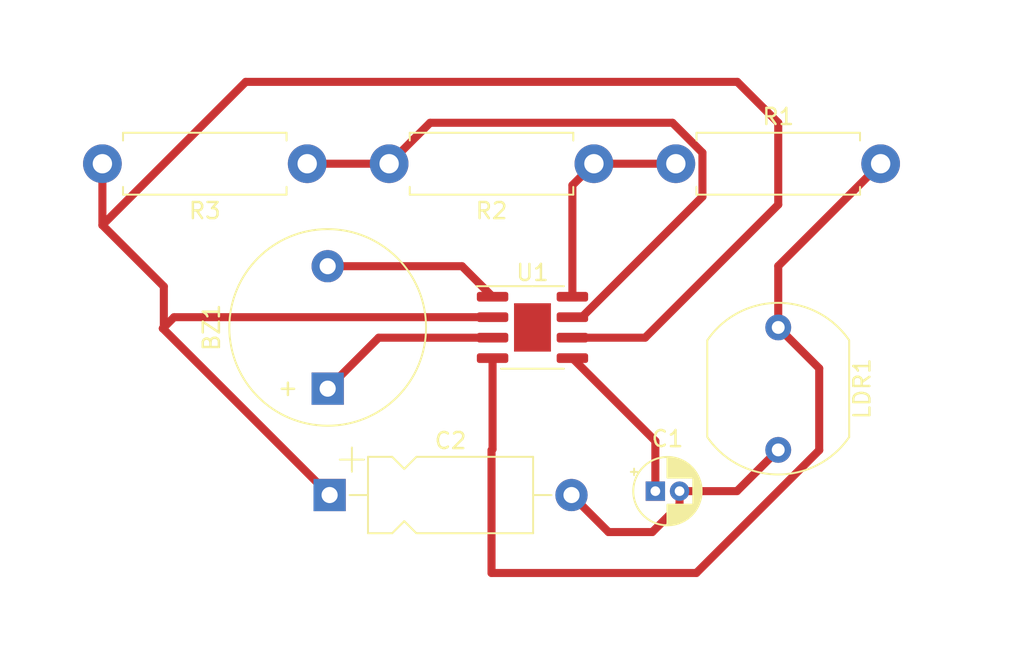
<source format=kicad_pcb>
(kicad_pcb (version 20211014) (generator pcbnew)
  (layers (0 "F.Cu" signal) (31 "B.Cu" signal) (34 "B.Paste" user) (35 "F.Paste" user) (36 "B.SilkS" user "B.Silkscreen") (37 "F.SilkS" user "F.Silkscreen") (38 "B.Mask" user) (39 "F.Mask" user) (44 "Edge.Cuts" user))
  (net 0 "")
  (net 1 "Net-(BZ1-Pad1)")
  (net 2 "GND")
  (net 3 "Net-(C1-Pad1)")
  (net 4 "Net-(C1-Pad2)")
  (net 5 "Net-(C2-Pad1)")
  (net 6 "Net-(LDR1-Pad1)")
  (net 7 "VCC")
  (net 8 "Net-(R2-Pad2)")
  (footprint "Buzzer_Beeper:Buzzer_12x9.5RM7.6" (layer "F.Cu") (at 101.6 92.7 90)
    (fp_text reference "BZ1" (at 3.8 -7.2 90) (layer "F.SilkS"))
    (fp_text value "Buzzer")
    (fp_text user "+" (at -0.01 -2.54 90) (layer "F.SilkS"))
    (fp_circle (center 3.8 0) (end 9.9 0) (layer "F.SilkS") (width 0.12) (fill none))
    (pad "1" thru_hole rect (at 0 0 90) (size 2 2) (drill 1) (layers *.Cu *.Mask) (net 1 "Net-(BZ1-Pad1)"))
    (pad "2" thru_hole circle (at 7.6 0 90) (size 2 2) (drill 1) (layers *.Cu *.Mask) (net 2 "GND"))
  )
  (footprint "Package_SO:SOIC-8-1EP_3.9x4.9mm_P1.27mm_EP2.29x3mm" (layer "F.Cu") (at 114.3 88.9)
    (fp_text reference "U1" (at 0 -3.4) (layer "F.SilkS"))
    (fp_text value "LM555xM")
    (fp_line (start 0 2.56) (end 1.95 2.56) (layer "F.SilkS") (width 0.12))
    (fp_line (start 0 2.56) (end -1.95 2.56) (layer "F.SilkS") (width 0.12))
    (fp_line (start 0 -2.56) (end 1.95 -2.56) (layer "F.SilkS") (width 0.12))
    (fp_line (start 0 -2.56) (end -3.45 -2.56) (layer "F.SilkS") (width 0.12))
    (pad "1" smd roundrect (at -2.475 -1.905) (size 1.95 0.6) (layers "F.Cu" "F.Paste" "F.Mask") (net 2 "GND"))
    (pad "2" smd roundrect (at -2.475 -0.635) (size 1.95 0.6) (layers "F.Cu" "F.Paste" "F.Mask") (net 5 "Net-(C2-Pad1)"))
    (pad "3" smd roundrect (at -2.475 0.635) (size 1.95 0.6) (layers "F.Cu" "F.Paste" "F.Mask") (net 1 "Net-(BZ1-Pad1)"))
    (pad "4" smd roundrect (at -2.475 1.905) (size 1.95 0.6) (layers "F.Cu" "F.Paste" "F.Mask") (net 6 "Net-(LDR1-Pad1)"))
    (pad "5" smd roundrect (at 2.475 1.905) (size 1.95 0.6) (layers "F.Cu" "F.Paste" "F.Mask") (net 3 "Net-(C1-Pad1)"))
    (pad "6" smd roundrect (at 2.475 0.635) (size 1.95 0.6) (layers "F.Cu" "F.Paste" "F.Mask") (net 5 "Net-(C2-Pad1)"))
    (pad "7" smd roundrect (at 2.475 -0.635) (size 1.95 0.6) (layers "F.Cu" "F.Paste" "F.Mask") (net 8 "Net-(R2-Pad2)"))
    (pad "8" smd roundrect (at 2.475 -1.905) (size 1.95 0.6) (layers "F.Cu" "F.Paste" "F.Mask") (net 7 "VCC"))
    (pad "9" smd rect (at 0 0) (size 2.29 3) (layers "F.Cu" "F.Mask"))
  )
  (footprint "Capacitor_THT:CP_Radial_D4.0mm_P1.50mm" (layer "F.Cu") (at 121.92 99.06)
    (fp_text reference "C1" (at 0.75 -3.25) (layer "F.SilkS"))
    (fp_text value "0.1nF")
    (fp_line (start 1.07 0.84) (end 1.07 2.056) (layer "F.SilkS") (width 0.12))
    (fp_line (start 2.031 -1.65) (end 2.031 -0.84) (layer "F.SilkS") (width 0.12))
    (fp_line (start 2.271 0.84) (end 2.271 1.438) (layer "F.SilkS") (width 0.12))
    (fp_line (start 1.471 -1.954) (end 1.471 -0.84) (layer "F.SilkS") (width 0.12))
    (fp_line (start 1.11 0.84) (end 1.11 2.05) (layer "F.SilkS") (width 0.12))
    (fp_line (start 1.711 0.84) (end 1.711 1.851) (layer "F.SilkS") (width 0.12))
    (fp_line (start 1.27 0.84) (end 1.27 2.016) (layer "F.SilkS") (width 0.12))
    (fp_line (start 1.911 -1.735) (end 1.911 -0.84) (layer "F.SilkS") (width 0.12))
    (fp_line (start 1.27 -2.016) (end 1.27 -0.84) (layer "F.SilkS") (width 0.12))
    (fp_line (start 0.79 0.84) (end 0.79 2.08) (layer "F.SilkS") (width 0.12))
    (fp_line (start 1.991 0.84) (end 1.991 1.68) (layer "F.SilkS") (width 0.12))
    (fp_line (start 0.75 -2.08) (end 0.75 -0.84) (layer "F.SilkS") (width 0.12))
    (fp_line (start 1.11 -2.05) (end 1.11 -0.84) (layer "F.SilkS") (width 0.12))
    (fp_line (start 1.751 0.84) (end 1.751 1.83) (layer "F.SilkS") (width 0.12))
    (fp_line (start 2.191 -1.516) (end 2.191 -0.84) (layer "F.SilkS") (width 0.12))
    (fp_line (start 1.551 0.84) (end 1.551 1.924) (layer "F.SilkS") (width 0.12))
    (fp_line (start 0.95 0.84) (end 0.95 2.071) (layer "F.SilkS") (width 0.12))
    (fp_line (start 1.751 -1.83) (end 1.751 -0.84) (layer "F.SilkS") (width 0.12))
    (fp_line (start 1.03 0.84) (end 1.03 2.062) (layer "F.SilkS") (width 0.12))
    (fp_line (start 0.95 -2.071) (end 0.95 -0.84) (layer "F.SilkS") (width 0.12))
    (fp_line (start 1.791 0.84) (end 1.791 1.808) (layer "F.SilkS") (width 0.12))
    (fp_line (start 2.071 -1.619) (end 2.071 -0.84) (layer "F.SilkS") (width 0.12))
    (fp_line (start 2.311 -1.396) (end 2.311 -0.84) (layer "F.SilkS") (width 0.12))
    (fp_line (start 2.231 0.84) (end 2.231 1.478) (layer "F.SilkS") (width 0.12))
    (fp_line (start 2.351 -1.351) (end 2.351 1.351) (layer "F.SilkS") (width 0.12))
    (fp_line (start 1.631 -1.889) (end 1.631 -0.84) (layer "F.SilkS") (width 0.12))
    (fp_line (start 1.951 -1.708) (end 1.951 -0.84) (layer "F.SilkS") (width 0.12))
    (fp_line (start 1.35 -1.994) (end 1.35 -0.84) (layer "F.SilkS") (width 0.12))
    (fp_line (start 2.711 -0.768) (end 2.711 0.768) (layer "F.SilkS") (width 0.12))
    (fp_line (start 2.071 0.84) (end 2.071 1.619) (layer "F.SilkS") (width 0.12))
    (fp_line (start 2.311 0.84) (end 2.311 1.396) (layer "F.SilkS") (width 0.12))
    (fp_line (start 2.391 -1.304) (end 2.391 1.304) (layer "F.SilkS") (width 0.12))
    (fp_line (start 2.031 0.84) (end 2.031 1.65) (layer "F.SilkS") (width 0.12))
    (fp_line (start 1.15 0.84) (end 1.15 2.042) (layer "F.SilkS") (width 0.12))
    (fp_line (start 1.591 -1.907) (end 1.591 -0.84) (layer "F.SilkS") (width 0.12))
    (fp_line (start 1.471 0.84) (end 1.471 1.954) (layer "F.SilkS") (width 0.12))
    (fp_line (start 1.951 0.84) (end 1.951 1.708) (layer "F.SilkS") (width 0.12))
    (fp_line (start 1.911 0.84) (end 1.911 1.735) (layer "F.SilkS") (width 0.12))
    (fp_line (start 1.39 -1.982) (end 1.39 -0.84) (layer "F.SilkS") (width 0.12))
    (fp_line (start 1.43 0.84) (end 1.43 1.968) (layer "F.SilkS") (width 0.12))
    (fp_line (start 1.35 0.84) (end 1.35 1.994) (layer "F.SilkS") (width 0.12))
    (fp_line (start 1.871 0.84) (end 1.871 1.76) (layer "F.SilkS") (width 0.12))
    (fp_line (start 2.271 -1.438) (end 2.271 -0.84) (layer "F.SilkS") (width 0.12))
    (fp_line (start 1.511 -1.94) (end 1.511 -0.84) (layer "F.SilkS") (width 0.12))
    (fp_line (start 1.511 0.84) (end 1.511 1.94) (layer "F.SilkS") (width 0.12))
    (fp_line (start 2.111 0.84) (end 2.111 1.587) (layer "F.SilkS") (width 0.12))
    (fp_line (start 1.15 -2.042) (end 1.15 -0.84) (layer "F.SilkS") (width 0.12))
    (fp_line (start 2.231 -1.478) (end 2.231 -0.84) (layer "F.SilkS") (width 0.12))
    (fp_line (start 0.75 0.84) (end 0.75 2.08) (layer "F.SilkS") (width 0.12))
    (fp_line (start 0.91 -2.074) (end 0.91 -0.84) (layer "F.SilkS") (width 0.12))
    (fp_line (start 1.711 -1.851) (end 1.711 -0.84) (layer "F.SilkS") (width 0.12))
    (fp_line (start 1.551 -1.924) (end 1.551 -0.84) (layer "F.SilkS") (width 0.12))
    (fp_line (start 2.111 -1.587) (end 2.111 -0.84) (layer "F.SilkS") (width 0.12))
    (fp_line (start 2.431 -1.254) (end 2.431 1.254) (layer "F.SilkS") (width 0.12))
    (fp_line (start 1.671 0.84) (end 1.671 1.87) (layer "F.SilkS") (width 0.12))
    (fp_line (start 1.39 0.84) (end 1.39 1.982) (layer "F.SilkS") (width 0.12))
    (fp_line (start 1.31 -2.005) (end 1.31 -0.84) (layer "F.SilkS") (width 0.12))
    (fp_line (start 0.87 0.84) (end 0.87 2.077) (layer "F.SilkS") (width 0.12))
    (fp_line (start 1.43 -1.968) (end 1.43 -0.84) (layer "F.SilkS") (width 0.12))
    (fp_line (start 1.23 0.84) (end 1.23 2.025) (layer "F.SilkS") (width 0.12))
    (fp_line (start 2.831 -0.37) (end 2.831 0.37) (layer "F.SilkS") (width 0.12))
    (fp_line (start 1.03 -2.062) (end 1.03 -0.84) (layer "F.SilkS") (width 0.12))
    (fp_line (start 1.07 -2.056) (end 1.07 -0.84) (layer "F.SilkS") (width 0.12))
    (fp_line (start 1.23 -2.025) (end 1.23 -0.84) (layer "F.SilkS") (width 0.12))
    (fp_line (start 2.551 -1.08) (end 2.551 1.08) (layer "F.SilkS") (width 0.12))
    (fp_line (start 0.91 0.84) (end 0.91 2.074) (layer "F.SilkS") (width 0.12))
    (fp_line (start 1.631 0.84) (end 1.631 1.889) (layer "F.SilkS") (width 0.12))
    (fp_line (start 2.151 0.84) (end 2.151 1.552) (layer "F.SilkS") (width 0.12))
    (fp_line (start 1.671 -1.87) (end 1.671 -0.84) (layer "F.SilkS") (width 0.12))
    (fp_line (start 2.671 -0.859) (end 2.671 0.859) (layer "F.SilkS") (width 0.12))
    (fp_line (start 1.991 -1.68) (end 1.991 -0.84) (layer "F.SilkS") (width 0.12))
    (fp_line (start 0.87 -2.077) (end 0.87 -0.84) (layer "F.SilkS") (width 0.12))
    (fp_line (start 2.151 -1.552) (end 2.151 -0.84) (layer "F.SilkS") (width 0.12))
    (fp_line (start 0.79 -2.08) (end 0.79 -0.84) (layer "F.SilkS") (width 0.12))
    (fp_line (start 1.831 -1.785) (end 1.831 -0.84) (layer "F.SilkS") (width 0.12))
    (fp_line (start -1.519801 -1.195) (end -1.119801 -1.195) (layer "F.SilkS") (width 0.12))
    (fp_line (start 0.99 0.84) (end 0.99 2.067) (layer "F.SilkS") (width 0.12))
    (fp_line (start 2.791 -0.537) (end 2.791 0.537) (layer "F.SilkS") (width 0.12))
    (fp_line (start 1.19 -2.034) (end 1.19 -0.84) (layer "F.SilkS") (width 0.12))
    (fp_line (start 1.591 0.84) (end 1.591 1.907) (layer "F.SilkS") (width 0.12))
    (fp_line (start 2.511 -1.142) (end 2.511 1.142) (layer "F.SilkS") (width 0.12))
    (fp_line (start 0.83 -2.079) (end 0.83 -0.84) (layer "F.SilkS") (width 0.12))
    (fp_line (start 2.751 -0.664) (end 2.751 0.664) (layer "F.SilkS") (width 0.12))
    (fp_line (start 1.791 -1.808) (end 1.791 -0.84) (layer "F.SilkS") (width 0.12))
    (fp_line (start 2.591 -1.013) (end 2.591 1.013) (layer "F.SilkS") (width 0.12))
    (fp_line (start -1.319801 -1.395) (end -1.319801 -0.995) (layer "F.SilkS") (width 0.12))
    (fp_line (start 2.631 -0.94) (end 2.631 0.94) (layer "F.SilkS") (width 0.12))
    (fp_line (start 0.99 -2.067) (end 0.99 -0.84) (layer "F.SilkS") (width 0.12))
    (fp_line (start 1.871 -1.76) (end 1.871 -0.84) (layer "F.SilkS") (width 0.12))
    (fp_line (start 2.191 0.84) (end 2.191 1.516) (layer "F.SilkS") (width 0.12))
    (fp_line (start 0.83 0.84) (end 0.83 2.079) (layer "F.SilkS") (width 0.12))
    (fp_line (start 1.831 0.84) (end 1.831 1.785) (layer "F.SilkS") (width 0.12))
    (fp_line (start 1.31 0.84) (end 1.31 2.005) (layer "F.SilkS") (width 0.12))
    (fp_line (start 1.19 0.84) (end 1.19 2.034) (layer "F.SilkS") (width 0.12))
    (fp_line (start 2.471 -1.2) (end 2.471 1.2) (layer "F.SilkS") (width 0.12))
    (fp_circle (center 0.75 0) (end 2.87 0) (layer "F.SilkS") (width 0.12) (fill none))
    (pad "1" thru_hole rect (at 0 0) (size 1.2 1.2) (drill 0.6) (layers *.Cu *.Mask) (net 3 "Net-(C1-Pad1)"))
    (pad "2" thru_hole circle (at 1.5 0) (size 1.2 1.2) (drill 0.6) (layers *.Cu *.Mask) (net 4 "Net-(C1-Pad2)"))
  )
  (footprint "Resistor_THT:R_Axial_DIN0411_L9.9mm_D3.6mm_P12.70mm_Horizontal" (layer "F.Cu") (at 100.33 78.74 180)
    (fp_text reference "R3" (at 6.35 -2.92) (layer "F.SilkS"))
    (fp_text value "10k")
    (fp_line (start 1.28 -1.44) (end 1.28 -1.92) (layer "F.SilkS") (width 0.12))
    (fp_line (start 11.42 1.92) (end 11.42 1.44) (layer "F.SilkS") (width 0.12))
    (fp_line (start 1.28 1.92) (end 11.42 1.92) (layer "F.SilkS") (width 0.12))
    (fp_line (start 1.28 1.44) (end 1.28 1.92) (layer "F.SilkS") (width 0.12))
    (fp_line (start 11.42 -1.92) (end 11.42 -1.44) (layer "F.SilkS") (width 0.12))
    (fp_line (start 1.28 -1.92) (end 11.42 -1.92) (layer "F.SilkS") (width 0.12))
    (pad "1" thru_hole circle (at 0 0 180) (size 2.4 2.4) (drill 1.2) (layers *.Cu *.Mask) (net 8 "Net-(R2-Pad2)"))
    (pad "2" thru_hole oval (at 12.7 0 180) (size 2.4 2.4) (drill 1.2) (layers *.Cu *.Mask) (net 5 "Net-(C2-Pad1)"))
  )
  (footprint "Resistor_THT:R_Axial_DIN0411_L9.9mm_D3.6mm_P12.70mm_Horizontal" (layer "F.Cu") (at 123.19 78.74)
    (fp_text reference "R1" (at 6.35 -2.92) (layer "F.SilkS"))
    (fp_text value "1M")
    (fp_line (start 1.28 -1.92) (end 11.42 -1.92) (layer "F.SilkS") (width 0.12))
    (fp_line (start 1.28 -1.44) (end 1.28 -1.92) (layer "F.SilkS") (width 0.12))
    (fp_line (start 11.42 -1.92) (end 11.42 -1.44) (layer "F.SilkS") (width 0.12))
    (fp_line (start 11.42 1.92) (end 11.42 1.44) (layer "F.SilkS") (width 0.12))
    (fp_line (start 1.28 1.44) (end 1.28 1.92) (layer "F.SilkS") (width 0.12))
    (fp_line (start 1.28 1.92) (end 11.42 1.92) (layer "F.SilkS") (width 0.12))
    (pad "1" thru_hole circle (at 0 0) (size 2.4 2.4) (drill 1.2) (layers *.Cu *.Mask) (net 7 "VCC"))
    (pad "2" thru_hole oval (at 12.7 0) (size 2.4 2.4) (drill 1.2) (layers *.Cu *.Mask) (net 6 "Net-(LDR1-Pad1)"))
  )
  (footprint "Capacitor_THT:CP_Axial_L10.0mm_D4.5mm_P15.00mm_Horizontal" (layer "F.Cu") (at 101.72 99.3025)
    (fp_text reference "C2" (at 7.5 -3.37) (layer "F.SilkS"))
    (fp_text value "1uF")
    (fp_line (start 12.62 -2.37) (end 12.62 2.37) (layer "F.SilkS") (width 0.12))
    (fp_line (start 2.38 -2.37) (end 2.38 2.37) (layer "F.SilkS") (width 0.12))
    (fp_line (start 5.38 2.37) (end 12.62 2.37) (layer "F.SilkS") (width 0.12))
    (fp_line (start 2.38 -2.37) (end 3.88 -2.37) (layer "F.SilkS") (width 0.12))
    (fp_line (start 4.63 -1.62) (end 5.38 -2.37) (layer "F.SilkS") (width 0.12))
    (fp_line (start 1.38 -2.95) (end 1.38 -1.45) (layer "F.SilkS") (width 0.12))
    (fp_line (start 5.38 -2.37) (end 12.62 -2.37) (layer "F.SilkS") (width 0.12))
    (fp_line (start 4.63 1.62) (end 5.38 2.37) (layer "F.SilkS") (width 0.12))
    (fp_line (start 3.88 -2.37) (end 4.63 -1.62) (layer "F.SilkS") (width 0.12))
    (fp_line (start 2.38 2.37) (end 3.88 2.37) (layer "F.SilkS") (width 0.12))
    (fp_line (start 1.24 0) (end 2.38 0) (layer "F.SilkS") (width 0.12))
    (fp_line (start 3.88 2.37) (end 4.63 1.62) (layer "F.SilkS") (width 0.12))
    (fp_line (start 13.76 0) (end 12.62 0) (layer "F.SilkS") (width 0.12))
    (fp_line (start 0.63 -2.2) (end 2.13 -2.2) (layer "F.SilkS") (width 0.12))
    (pad "1" thru_hole rect (at 0 0) (size 2 2) (drill 1) (layers *.Cu *.Mask) (net 5 "Net-(C2-Pad1)"))
    (pad "2" thru_hole oval (at 15 0) (size 2 2) (drill 1) (layers *.Cu *.Mask) (net 4 "Net-(C1-Pad2)"))
  )
  (footprint "OptoDevice:R_LDR_10x8.5mm_P7.6mm_Vertical" (layer "F.Cu") (at 129.54 88.9 -90)
    (fp_text reference "LDR1" (at 3.8 -5.2 90) (layer "F.SilkS"))
    (fp_text value "LDR")
    (fp_line (start 0.8 4.4) (end 6.8 4.4) (layer "F.SilkS") (width 0.12))
    (fp_line (start 0.8 -4.4) (end 6.8 -4.4) (layer "F.SilkS") (width 0.12))
    (fp_arc (start 0.8 4.4) (mid -1.525374 0.019809) (end 0.76735 -4.37756) (layer "F.SilkS") (width 0.12))
    (fp_arc (start 6.8 -4.4) (mid 9.125374 -0.019809) (end 6.83265 4.37756) (layer "F.SilkS") (width 0.12))
    (pad "1" thru_hole circle (at 0 0 270) (size 1.6 1.6) (drill 0.8) (layers *.Cu *.Mask) (net 6 "Net-(LDR1-Pad1)"))
    (pad "2" thru_hole circle (at 7.6 0 270) (size 1.6 1.6) (drill 0.8) (layers *.Cu *.Mask) (net 4 "Net-(C1-Pad2)"))
  )
  (footprint "Resistor_THT:R_Axial_DIN0411_L9.9mm_D3.6mm_P12.70mm_Horizontal" (layer "F.Cu") (at 118.11 78.74 180)
    (fp_text reference "R2" (at 6.35 -2.92) (layer "F.SilkS"))
    (fp_text value "2.2k")
    (fp_line (start 11.42 -1.92) (end 11.42 -1.44) (layer "F.SilkS") (width 0.12))
    (fp_line (start 1.28 1.92) (end 11.42 1.92) (layer "F.SilkS") (width 0.12))
    (fp_line (start 11.42 1.92) (end 11.42 1.44) (layer "F.SilkS") (width 0.12))
    (fp_line (start 1.28 1.44) (end 1.28 1.92) (layer "F.SilkS") (width 0.12))
    (fp_line (start 1.28 -1.44) (end 1.28 -1.92) (layer "F.SilkS") (width 0.12))
    (fp_line (start 1.28 -1.92) (end 11.42 -1.92) (layer "F.SilkS") (width 0.12))
    (pad "1" thru_hole circle (at 0 0 180) (size 2.4 2.4) (drill 1.2) (layers *.Cu *.Mask) (net 7 "VCC"))
    (pad "2" thru_hole oval (at 12.7 0 180) (size 2.4 2.4) (drill 1.2) (layers *.Cu *.Mask) (net 8 "Net-(R2-Pad2)"))
  )
  (segment (start 104.765 89.535) (end 101.6 92.7) (width 0.5) (layer "F.Cu") (net 1))
  (segment (start 111.825 89.535) (end 104.765 89.535) (width 0.5) (layer "F.Cu") (net 1))
  (segment (start 109.93 85.1) (end 111.825 86.995) (width 0.5) (layer "F.Cu") (net 2))
  (segment (start 101.6 85.1) (end 109.93 85.1) (width 0.5) (layer "F.Cu") (net 2))
  (segment (start 121.92 95.95) (end 116.775 90.805) (width 0.5) (layer "F.Cu") (net 3))
  (segment (start 121.92 99.06) (end 121.92 95.95) (width 0.5) (layer "F.Cu") (net 3))
  (segment (start 119.0175 101.6) (end 116.72 99.3025) (width 0.5) (layer "F.Cu") (net 4))
  (segment (start 126.98 99.06) (end 129.54 96.5) (width 0.5) (layer "F.Cu") (net 4))
  (segment (start 123.42 99.06) (end 123.42 99.908528) (width 0.5) (layer "F.Cu") (net 4))
  (segment (start 123.42 99.908528) (end 121.728528 101.6) (width 0.5) (layer "F.Cu") (net 4))
  (segment (start 123.42 99.06) (end 126.98 99.06) (width 0.5) (layer "F.Cu") (net 4))
  (segment (start 121.728528 101.6) (end 119.0175 101.6) (width 0.5) (layer "F.Cu") (net 4))
  (segment (start 91.44 86.36) (end 87.63 82.55) (width 0.5) (layer "F.Cu") (net 5))
  (segment (start 92.075 88.265) (end 91.37875 88.96125) (width 0.5) (layer "F.Cu") (net 5))
  (segment (start 96.52 73.66) (end 87.63 82.55) (width 0.5) (layer "F.Cu") (net 5))
  (segment (start 101.72 99.3025) (end 91.37875 88.96125) (width 0.5) (layer "F.Cu") (net 5))
  (segment (start 129.54 81.28) (end 129.54 76.2) (width 0.5) (layer "F.Cu") (net 5))
  (segment (start 127 73.66) (end 96.52 73.66) (width 0.5) (layer "F.Cu") (net 5))
  (segment (start 121.285 89.535) (end 129.54 81.28) (width 0.5) (layer "F.Cu") (net 5))
  (segment (start 111.825 88.265) (end 92.075 88.265) (width 0.5) (layer "F.Cu") (net 5))
  (segment (start 87.63 82.55) (end 87.63 78.74) (width 0.5) (layer "F.Cu") (net 5))
  (segment (start 129.54 76.2) (end 127 73.66) (width 0.5) (layer "F.Cu") (net 5))
  (segment (start 91.37875 88.96125) (end 91.44 88.9) (width 0.5) (layer "F.Cu") (net 5))
  (segment (start 116.775 89.535) (end 121.285 89.535) (width 0.5) (layer "F.Cu") (net 5))
  (segment (start 91.44 88.9) (end 91.44 86.36) (width 0.5) (layer "F.Cu") (net 5))
  (segment (start 111.76 104.14) (end 124.46 104.14) (width 0.5) (layer "F.Cu") (net 6))
  (segment (start 129.54 85.09) (end 135.89 78.74) (width 0.5) (layer "F.Cu") (net 6))
  (segment (start 111.825 90.805) (end 111.825 96.457419) (width 0.5) (layer "F.Cu") (net 6))
  (segment (start 124.46 104.14) (end 132.08 96.52) (width 0.5) (layer "F.Cu") (net 6))
  (segment (start 132.08 91.44) (end 129.54 88.9) (width 0.5) (layer "F.Cu") (net 6))
  (segment (start 111.825 96.457419) (end 111.76 96.522419) (width 0.5) (layer "F.Cu") (net 6))
  (segment (start 111.76 96.522419) (end 111.76 104.14) (width 0.5) (layer "F.Cu") (net 6))
  (segment (start 132.08 96.52) (end 132.08 91.44) (width 0.5) (layer "F.Cu") (net 6))
  (segment (start 129.54 88.9) (end 129.54 85.09) (width 0.5) (layer "F.Cu") (net 6))
  (segment (start 118.11 78.74) (end 123.19 78.74) (width 0.5) (layer "F.Cu") (net 7))
  (segment (start 116.775 80.075) (end 118.11 78.74) (width 0.5) (layer "F.Cu") (net 7))
  (segment (start 116.775 86.995) (end 116.775 80.075) (width 0.5) (layer "F.Cu") (net 7))
  (segment (start 107.95 76.2) (end 122.982762 76.2) (width 0.5) (layer "F.Cu") (net 8))
  (segment (start 122.982762 76.2) (end 124.839511 78.056749) (width 0.5) (layer "F.Cu") (net 8))
  (segment (start 105.41 78.74) (end 107.95 76.2) (width 0.5) (layer "F.Cu") (net 8))
  (segment (start 124.839511 78.056749) (end 124.839511 80.785969) (width 0.5) (layer "F.Cu") (net 8))
  (segment (start 124.839511 80.785969) (end 117.36048 88.265) (width 0.5) (layer "F.Cu") (net 8))
  (segment (start 105.41 78.74) (end 100.33 78.74) (width 0.5) (layer "F.Cu") (net 8))
  (segment (start 117.36048 88.265) (end 116.775 88.265) (width 0.5) (layer "F.Cu") (net 8))
)
</source>
